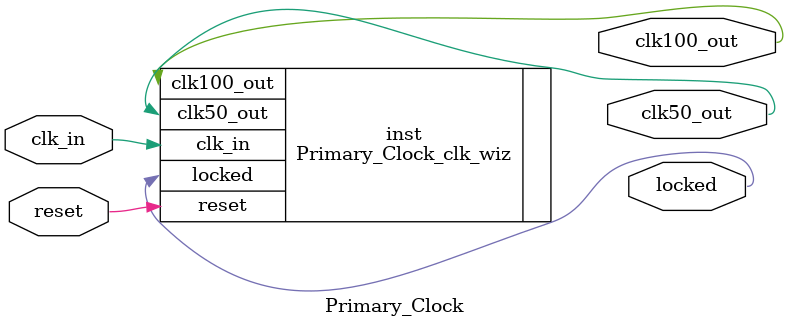
<source format=v>


`timescale 1ps/1ps

(* CORE_GENERATION_INFO = "Primary_Clock,clk_wiz_v6_0_12_0_0,{component_name=Primary_Clock,use_phase_alignment=true,use_min_o_jitter=false,use_max_i_jitter=false,use_dyn_phase_shift=false,use_inclk_switchover=false,use_dyn_reconfig=false,enable_axi=0,feedback_source=FDBK_AUTO,PRIMITIVE=MMCM,num_out_clk=2,clkin1_period=10.000,clkin2_period=10.000,use_power_down=false,use_reset=true,use_locked=true,use_inclk_stopped=false,feedback_type=SINGLE,CLOCK_MGR_TYPE=NA,manual_override=false}" *)

module Primary_Clock 
 (
  // Clock out ports
  output        clk50_out,
  output        clk100_out,
  // Status and control signals
  input         reset,
  output        locked,
 // Clock in ports
  input         clk_in
 );

  Primary_Clock_clk_wiz inst
  (
  // Clock out ports  
  .clk50_out(clk50_out),
  .clk100_out(clk100_out),
  // Status and control signals               
  .reset(reset), 
  .locked(locked),
 // Clock in ports
  .clk_in(clk_in)
  );

endmodule

</source>
